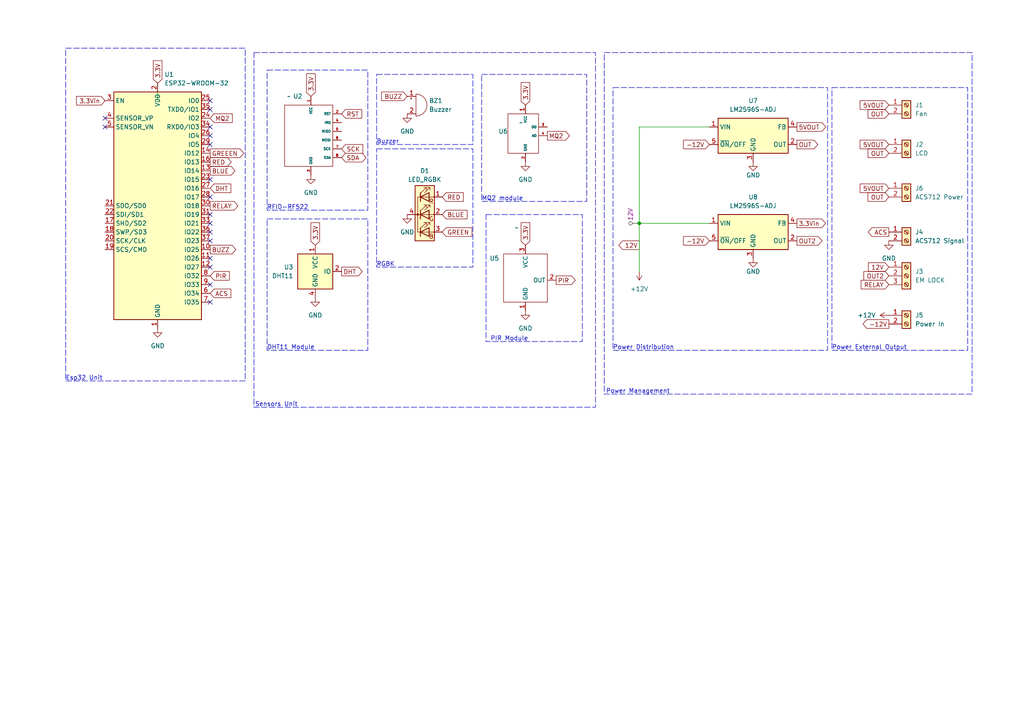
<source format=kicad_sch>
(kicad_sch (version 20230121) (generator eeschema)
  (paper "A4")
  (lib_symbols
    (symbol "Connector:Screw_Terminal_01x02" (pin_names (offset 1.016) hide)
      (property "Reference" "J" (at 0 2.54 0))
      (property "Value" "Screw_Terminal_01x02" (at 0 -5.08 0))
      (symbol "Screw_Terminal_01x02_1_1"
        (rectangle (start -1.27 1.27) (end 1.27 -3.81) (stroke (width 0.254)) (fill (type background)))
        (circle (center 0 -2.54) (radius 0.635) (stroke (width 0.1524)))
        (polyline (pts (xy -0.5334 -2.2098) (xy 0.3302 -3.048)) (stroke (width 0.1524)))
        (polyline (pts (xy -0.5334 0.3302) (xy 0.3302 -0.508)) (stroke (width 0.1524)))
        (polyline (pts (xy -0.3556 -2.032) (xy 0.508 -2.8702)) (stroke (width 0.1524)))
        (polyline (pts (xy -0.3556 0.508) (xy 0.508 -0.3302)) (stroke (width 0.1524)))
        (circle (center 0 0) (radius 0.635) (stroke (width 0.1524)))
        (pin passive line (at -5.08 0 0) (length 3.81) (name "Pin_1") (number "1"))
        (pin passive line (at -5.08 -2.54 0) (length 3.81) (name "Pin_2") (number "2"))
      )
    )
    (symbol "Connector:Screw_Terminal_01x03" (pin_names (offset 1.016) hide)
      (property "Reference" "J" (at 0 5.08 0))
      (property "Value" "Screw_Terminal_01x03" (at 0 -5.08 0))
      (symbol "Screw_Terminal_01x03_1_1"
        (rectangle (start -1.27 3.81) (end 1.27 -3.81) (stroke (width 0.254)) (fill (type background)))
        (circle (center 0 -2.54) (radius 0.635) (stroke (width 0.1524)))
        (polyline (pts (xy -0.5334 -2.2098) (xy 0.3302 -3.048)) (stroke (width 0.1524)))
        (polyline (pts (xy -0.5334 0.3302) (xy 0.3302 -0.508)) (stroke (width 0.1524)))
        (polyline (pts (xy -0.5334 2.8702) (xy 0.3302 2.032)) (stroke (width 0.1524)))
        (polyline (pts (xy -0.3556 -2.032) (xy 0.508 -2.8702)) (stroke (width 0.1524)))
        (polyline (pts (xy -0.3556 0.508) (xy 0.508 -0.3302)) (stroke (width 0.1524)))
        (polyline (pts (xy -0.3556 3.048) (xy 0.508 2.2098)) (stroke (width 0.1524)))
        (circle (center 0 0) (radius 0.635) (stroke (width 0.1524)))
        (circle (center 0 2.54) (radius 0.635) (stroke (width 0.1524)))
        (pin passive line (at -5.08 2.54 0) (length 3.81) (name "Pin_1") (number "1"))
        (pin passive line (at -5.08 0 0) (length 3.81) (name "Pin_2") (number "2"))
        (pin passive line (at -5.08 -2.54 0) (length 3.81) (name "Pin_3") (number "3"))
      )
    )
    (symbol "Device:Buzzer" (pin_names (offset 0.0254) hide)
      (property "Reference" "BZ" (at 3.81 1.27 0))
      (property "Value" "Buzzer" (at 3.81 -1.27 0))
      (symbol "Buzzer_0_1"
        (arc (start 0 -3.175) (mid 3.1612 0) (end 0 3.175))
        (polyline (pts (xy -1.651 1.905) (xy -1.143 1.905)))
        (polyline (pts (xy -1.397 2.159) (xy -1.397 1.651)))
        (polyline (pts (xy 0 3.175) (xy 0 -3.175)))
      )
      (symbol "Buzzer_1_1"
        (pin passive line (at -2.54 2.54 0) (length 2.54) (name "-") (number "1"))
        (pin passive line (at -2.54 -2.54 0) (length 2.54) (name "+") (number "2"))
      )
    )
    (symbol "Device:LED_RGBK" (pin_names (offset 0) hide)
      (property "Reference" "D" (at 0 9.398 0))
      (property "Value" "LED_RGBK" (at 0 -8.89 0))
      (symbol "LED_RGBK_0_0"
        (text "B" (at 1.905 -6.35 0) (effects (font (size 1.27 1.27))))
        (text "G" (at 1.905 -1.27 0) (effects (font (size 1.27 1.27))))
        (text "R" (at 1.905 3.81 0) (effects (font (size 1.27 1.27))))
      )
      (symbol "LED_RGBK_0_1"
        (circle (center -2.032 0) (radius 0.254) (fill (type outline)))
        (polyline (pts (xy -1.27 -5.08) (xy 1.27 -5.08)))
        (polyline (pts (xy -1.27 -3.81) (xy -1.27 -6.35)) (stroke (width 0.254)))
        (polyline (pts (xy -1.27 0) (xy -2.54 0)))
        (polyline (pts (xy -1.27 1.27) (xy -1.27 -1.27)) (stroke (width 0.254)))
        (polyline (pts (xy -1.27 5.08) (xy 1.27 5.08)))
        (polyline (pts (xy -1.27 6.35) (xy -1.27 3.81)) (stroke (width 0.254)))
        (polyline (pts (xy 1.27 -5.08) (xy 2.54 -5.08)))
        (polyline (pts (xy 1.27 0) (xy -1.27 0)))
        (polyline (pts (xy 1.27 0) (xy 2.54 0)))
        (polyline (pts (xy 1.27 5.08) (xy 2.54 5.08)))
        (polyline (pts (xy -1.27 1.27) (xy -1.27 -1.27) (xy -1.27 -1.27)))
        (polyline (pts (xy -1.27 6.35) (xy -1.27 3.81) (xy -1.27 3.81)))
        (polyline (pts (xy -1.27 5.08) (xy -2.032 5.08) (xy -2.032 -5.08) (xy -1.016 -5.08)))
        (polyline (pts (xy 1.27 -3.81) (xy 1.27 -6.35) (xy -1.27 -5.08) (xy 1.27 -3.81)) (stroke (width 0.254)))
        (polyline (pts (xy 1.27 1.27) (xy 1.27 -1.27) (xy -1.27 0) (xy 1.27 1.27)) (stroke (width 0.254)))
        (polyline (pts (xy 1.27 6.35) (xy 1.27 3.81) (xy -1.27 5.08) (xy 1.27 6.35)) (stroke (width 0.254)))
        (polyline (pts (xy -1.016 -3.81) (xy 0.508 -2.286) (xy -0.254 -2.286) (xy 0.508 -2.286) (xy 0.508 -3.048)))
        (polyline (pts (xy -1.016 1.27) (xy 0.508 2.794) (xy -0.254 2.794) (xy 0.508 2.794) (xy 0.508 2.032)))
        (polyline (pts (xy -1.016 6.35) (xy 0.508 7.874) (xy -0.254 7.874) (xy 0.508 7.874) (xy 0.508 7.112)))
        (polyline (pts (xy 0 -3.81) (xy 1.524 -2.286) (xy 0.762 -2.286) (xy 1.524 -2.286) (xy 1.524 -3.048)))
        (polyline (pts (xy 0 1.27) (xy 1.524 2.794) (xy 0.762 2.794) (xy 1.524 2.794) (xy 1.524 2.032)))
        (polyline (pts (xy 0 6.35) (xy 1.524 7.874) (xy 0.762 7.874) (xy 1.524 7.874) (xy 1.524 7.112)))
        (rectangle (start 1.27 -1.27) (end 1.27 1.27))
        (rectangle (start 1.27 1.27) (end 1.27 1.27))
        (rectangle (start 1.27 3.81) (end 1.27 6.35))
        (rectangle (start 1.27 6.35) (end 1.27 6.35))
        (rectangle (start 2.794 8.382) (end -2.794 -7.62) (stroke (width 0.254)) (fill (type background)))
      )
      (symbol "LED_RGBK_1_1"
        (pin passive line (at 5.08 5.08 180) (length 2.54) (name "RA") (number "1"))
        (pin passive line (at 5.08 0 180) (length 2.54) (name "GA") (number "2"))
        (pin passive line (at 5.08 -5.08 180) (length 2.54) (name "BA") (number "3"))
        (pin passive line (at -5.08 0 0) (length 2.54) (name "K") (number "4"))
      )
    )
    (symbol "RFID_NXP:RFID_MFR522"
      (property "Reference" "U2" (at 1.905 7.62 0))
      (property "Value" "~" (at -3.81 5.08 0))
      (symbol "RFID_MFR522_1_1"
        (rectangle (start -5.08 2.54) (end 8.89 -15.24))
        (pin power_in line (at 2.54 5.08 270) (length 2.54) (name "VCC") (number "1"))
        (pin input line (at 11.43 0 180) (length 2.54) (name "RST") (number "2"))
        (pin power_in line (at 2.54 -17.78 90) (length 2.54) (name "GND") (number "3"))
        (pin input line (at 11.43 -2.54 180) (length 2.54) (name "IRQ") (number "4"))
        (pin bidirectional line (at 11.43 -5.08 180) (length 2.54) (name "MISO") (number "5"))
        (pin input line (at 11.43 -7.62 180) (length 2.54) (name "MOSI") (number "6"))
        (pin input line (at 11.43 -10.16 180) (length 2.54) (name "SCK") (number "7"))
        (pin input line (at 11.43 -12.7 180) (length 2.54) (name "SDA") (number "8"))
      )
    )
    (symbol "RF_Module:ESP32-WROOM-32"
      (property "Reference" "U" (at -12.7 34.29 0))
      (property "Value" "ESP32-WROOM-32" (at 1.27 34.29 0))
      (symbol "ESP32-WROOM-32_0_1"
        (rectangle (start -12.7 33.02) (end 12.7 -33.02) (stroke (width 0.254)) (fill (type background)))
      )
      (symbol "ESP32-WROOM-32_1_1"
        (pin power_in line (at 0 -35.56 90) (length 2.54) (name "GND") (number "1"))
        (pin bidirectional line (at 15.24 -12.7 180) (length 2.54) (name "IO25") (number "10"))
        (pin bidirectional line (at 15.24 -15.24 180) (length 2.54) (name "IO26") (number "11"))
        (pin bidirectional line (at 15.24 -17.78 180) (length 2.54) (name "IO27") (number "12"))
        (pin bidirectional line (at 15.24 10.16 180) (length 2.54) (name "IO14") (number "13"))
        (pin bidirectional line (at 15.24 15.24 180) (length 2.54) (name "IO12") (number "14"))
        (pin passive line (at 0 -35.56 90) (length 2.54) hide (name "GND") (number "15"))
        (pin bidirectional line (at 15.24 12.7 180) (length 2.54) (name "IO13") (number "16"))
        (pin bidirectional line (at -15.24 -5.08 0) (length 2.54) (name "SHD/SD2") (number "17"))
        (pin bidirectional line (at -15.24 -7.62 0) (length 2.54) (name "SWP/SD3") (number "18"))
        (pin bidirectional line (at -15.24 -12.7 0) (length 2.54) (name "SCS/CMD") (number "19"))
        (pin power_in line (at 0 35.56 270) (length 2.54) (name "VDD") (number "2"))
        (pin bidirectional line (at -15.24 -10.16 0) (length 2.54) (name "SCK/CLK") (number "20"))
        (pin bidirectional line (at -15.24 0 0) (length 2.54) (name "SDO/SD0") (number "21"))
        (pin bidirectional line (at -15.24 -2.54 0) (length 2.54) (name "SDI/SD1") (number "22"))
        (pin bidirectional line (at 15.24 7.62 180) (length 2.54) (name "IO15") (number "23"))
        (pin bidirectional line (at 15.24 25.4 180) (length 2.54) (name "IO2") (number "24"))
        (pin bidirectional line (at 15.24 30.48 180) (length 2.54) (name "IO0") (number "25"))
        (pin bidirectional line (at 15.24 20.32 180) (length 2.54) (name "IO4") (number "26"))
        (pin bidirectional line (at 15.24 5.08 180) (length 2.54) (name "IO16") (number "27"))
        (pin bidirectional line (at 15.24 2.54 180) (length 2.54) (name "IO17") (number "28"))
        (pin bidirectional line (at 15.24 17.78 180) (length 2.54) (name "IO5") (number "29"))
        (pin input line (at -15.24 30.48 0) (length 2.54) (name "EN") (number "3"))
        (pin bidirectional line (at 15.24 0 180) (length 2.54) (name "IO18") (number "30"))
        (pin bidirectional line (at 15.24 -2.54 180) (length 2.54) (name "IO19") (number "31"))
        (pin no_connect line (at -12.7 -27.94 0) (length 2.54) hide (name "NC") (number "32"))
        (pin bidirectional line (at 15.24 -5.08 180) (length 2.54) (name "IO21") (number "33"))
        (pin bidirectional line (at 15.24 22.86 180) (length 2.54) (name "RXD0/IO3") (number "34"))
        (pin bidirectional line (at 15.24 27.94 180) (length 2.54) (name "TXD0/IO1") (number "35"))
        (pin bidirectional line (at 15.24 -7.62 180) (length 2.54) (name "IO22") (number "36"))
        (pin bidirectional line (at 15.24 -10.16 180) (length 2.54) (name "IO23") (number "37"))
        (pin passive line (at 0 -35.56 90) (length 2.54) hide (name "GND") (number "38"))
        (pin passive line (at 0 -35.56 90) (length 2.54) hide (name "GND") (number "39"))
        (pin input line (at -15.24 25.4 0) (length 2.54) (name "SENSOR_VP") (number "4"))
        (pin input line (at -15.24 22.86 0) (length 2.54) (name "SENSOR_VN") (number "5"))
        (pin input line (at 15.24 -25.4 180) (length 2.54) (name "IO34") (number "6"))
        (pin input line (at 15.24 -27.94 180) (length 2.54) (name "IO35") (number "7"))
        (pin bidirectional line (at 15.24 -20.32 180) (length 2.54) (name "IO32") (number "8"))
        (pin bidirectional line (at 15.24 -22.86 180) (length 2.54) (name "IO33") (number "9"))
      )
    )
    (symbol "Regulator_Switching:LM2596S-ADJ"
      (property "Reference" "U" (at -10.16 6.35 0))
      (property "Value" "LM2596S-ADJ" (at 0 6.35 0))
      (symbol "LM2596S-ADJ_0_1"
        (rectangle (start -10.16 5.08) (end 10.16 -5.08) (stroke (width 0.254)) (fill (type background)))
      )
      (symbol "LM2596S-ADJ_1_1"
        (pin power_in line (at -12.7 2.54 0) (length 2.54) (name "VIN") (number "1"))
        (pin output line (at 12.7 -2.54 180) (length 2.54) (name "OUT") (number "2"))
        (pin power_in line (at 0 -7.62 90) (length 2.54) (name "GND") (number "3"))
        (pin input line (at 12.7 2.54 180) (length 2.54) (name "FB") (number "4"))
        (pin input line (at -12.7 -2.54 0) (length 2.54) (name "~{ON}/OFF") (number "5"))
      )
    )
    (symbol "Sensor:DHT11"
      (property "Reference" "U" (at -3.81 6.35 0))
      (property "Value" "DHT11" (at 3.81 6.35 0))
      (symbol "DHT11_0_1"
        (rectangle (start -5.08 5.08) (end 5.08 -5.08) (stroke (width 0.254)) (fill (type background)))
      )
      (symbol "DHT11_1_1"
        (pin power_in line (at 0 7.62 270) (length 2.54) (name "VCC") (number "1"))
        (pin bidirectional line (at 7.62 0 180) (length 2.54) (name "IO") (number "2"))
        (pin no_connect line (at -5.08 0 0) (length 2.54) hide (name "NC") (number "3"))
        (pin power_in line (at 0 -7.62 90) (length 2.54) (name "GND") (number "4"))
      )
    )
    (symbol "Sensors_Gas:MQ2"
      (property "Reference" "U6" (at -3.81 -2.54 0))
      (property "Value" "~" (at 0 0 0))
      (symbol "MQ2_0_1"
        (rectangle (start -3.81 2.54) (end 5.08 -8.89))
      )
      (symbol "MQ2_1_1"
        (pin power_in line (at 1.27 5.08 270) (length 2.54) (name "VCC") (number "1"))
        (pin power_in line (at 1.27 -11.43 90) (length 2.54) (name "GND") (number "2"))
        (pin output line (at 7.62 -1.27 180) (length 2.54) (name "DO") (number "3"))
        (pin output line (at 7.62 -3.81 180) (length 2.54) (name "AO") (number "4"))
      )
    )
    (symbol "Sensors_Motion_PIR:HC_SR501_PIR"
      (property "Reference" "U5" (at -5.08 -8.89 0))
      (property "Value" "~" (at 0 0 0))
      (symbol "HC_SR501_PIR_0_1"
        (rectangle (start -3.81 -7.62) (end 8.89 -21.59))
      )
      (symbol "HC_SR501_PIR_1_1"
        (pin power_in line (at 2.54 -24.13 90) (length 2.54) (name "GND") (number "1"))
        (pin output line (at 11.43 -15.24 180) (length 2.54) (name "OUT") (number "2"))
        (pin power_in line (at 2.54 -5.08 270) (length 2.54) (name "VCC") (number "3"))
      )
    )
    (symbol "power:+12V" (power) (pin_names (offset 0))
      (property "Value" "+12V" (at 0 3.556 0))
      (symbol "+12V_0_1"
        (polyline (pts (xy -0.762 1.27) (xy 0 2.54)))
        (polyline (pts (xy 0 0) (xy 0 2.54)))
        (polyline (pts (xy 0 2.54) (xy 0.762 1.27)))
      )
      (symbol "+12V_1_1"
        (pin power_in line (at 0 0 90) (length 0) hide (name "+12V") (number "1"))
      )
    )
    (symbol "power:GND" (power) (pin_names (offset 0))
      (property "Value" "GND" (at 0 -3.81 0))
      (symbol "GND_0_1"
        (polyline (pts (xy 0 0) (xy 0 -1.27) (xy 1.27 -1.27) (xy 0 -2.54) (xy -1.27 -1.27) (xy 0 -1.27)))
      )
      (symbol "GND_1_1"
        (pin power_in line (at 0 0 270) (length 0) hide (name "GND") (number "1"))
      )
    )
  )
  (junction (at 185.42 64.77))
  (no_connect (at 60.96 82.55))
  (no_connect (at 30.48 34.29))
  (no_connect (at 60.96 52.07))
  (no_connect (at 60.96 67.31))
  (no_connect (at 60.96 87.63))
  (no_connect (at 60.96 41.91))
  (no_connect (at 60.96 74.93))
  (no_connect (at 60.96 36.83))
  (no_connect (at 60.96 69.85))
  (no_connect (at 60.96 31.75))
  (no_connect (at 60.96 39.37))
  (no_connect (at 60.96 57.15))
  (no_connect (at 60.96 62.23))
  (no_connect (at 60.96 29.21))
  (no_connect (at 60.96 64.77))
  (no_connect (at 30.48 36.83))
  (no_connect (at 60.96 77.47))
  (wire (pts (xy 45.72 24.13) (xy 45.72 29.21)))
  (wire (pts (xy 205.74 36.83) (xy 185.42 36.83)))
  (wire (pts (xy 185.42 36.83) (xy 185.42 64.77)))
  (wire (pts (xy 185.42 64.77) (xy 185.42 78.74)))
  (wire (pts (xy 185.42 64.77) (xy 205.74 64.77)))
  (rectangle (start 73.66 15.24) (end 172.72 118.11) (stroke (width 0) (type dash)))
  (rectangle (start 241.3 25.4) (end 280.67 101.6) (stroke (width 0) (type dash)))
  (rectangle (start 139.7 21.59) (end 170.18 58.42) (stroke (width 0) (type dash)))
  (rectangle (start 109.22 43.18) (end 137.16 77.47) (stroke (width 0) (type dash)))
  (rectangle (start 19.05 13.97) (end 71.12 110.49) (stroke (width 0) (type dash)))
  (rectangle (start 140.97 62.23) (end 168.91 99.06) (stroke (width 0) (type dash)))
  (rectangle (start 77.47 63.5) (end 106.68 101.6) (stroke (width 0) (type dash)))
  (rectangle (start 77.47 20.32) (end 106.68 60.96) (stroke (width 0) (type dash)))
  (rectangle (start 175.26 15.24) (end 281.94 114.3) (stroke (width 0) (type dash)))
  (rectangle (start 177.8 25.4) (end 240.03 101.6) (stroke (width 0) (type dash)))
  (rectangle (start 109.22 21.59) (end 137.16 41.91) (stroke (width 0) (type dash)))
  (text "PIR Module" (at 142.24 99.06 0) (effects (font (size 1.27 1.27)) (justify left bottom)))
  (text "DHT11 Module" (at 77.47 101.6 0) (effects (font (size 1.27 1.27)) (justify left bottom)))
  (text "Sensors Unit" (at 86.36 118.11 0) (effects (font (size 1.27 1.27)) (justify right bottom)))
  (text "MQ2 module" (at 139.7 58.42 0) (effects (font (size 1.27 1.27)) (justify left bottom)))
  (text "RFID-RF522" (at 77.47 60.96 0) (effects (font (size 1.27 1.27)) (justify left bottom)))
  (text "Esp32 Unit" (at 19.05 110.49 0) (effects (font (size 1.27 1.27)) (justify left bottom)))
  (text "Power External Output" (at 241.3 101.6 0) (effects (font (size 1.27 1.27)) (justify left bottom)))
  (text "RGBK" (at 109.22 77.47 0) (effects (font (size 1.27 1.27)) (justify left bottom)))
  (text "Power Distribution\n" (at 177.8 101.6 0) (effects (font (size 1.27 1.27)) (justify left bottom)))
  (text "Buzzer" (at 109.22 41.91 0) (effects (font (size 1.27 1.27)) (justify left bottom)))
  (text "Power Management" (at 194.31 114.3 0) (effects (font (size 1.27 1.27)) (justify right bottom)))
  (global_label "OUT" (shape input) (at 257.81 44.45 180) (property "Intersheetrefs" "${INTERSHEET_REFS}" (effects hide)))
  (global_label "3.3V" (shape input) (at 152.4 71.12 90) (property "Intersheetrefs" "${INTERSHEET_REFS}" (effects hide)))
  (global_label "OUT" (shape input) (at 257.81 57.15 180) (property "Intersheetrefs" "${INTERSHEET_REFS}" (effects hide)))
  (global_label "5VOUT" (shape input) (at 257.81 30.48 180) (property "Intersheetrefs" "${INTERSHEET_REFS}" (effects hide)))
  (global_label "SDA" (shape bidirectional) (at 99.06 45.72 0) (property "Intersheetrefs" "${INTERSHEET_REFS}" (effects hide)))
  (global_label "RED" (shape input) (at 128.27 57.15 0) (property "Intersheetrefs" "${INTERSHEET_REFS}" (effects hide)))
  (global_label "3.3Vin" (shape input) (at 30.48 29.21 180) (property "Intersheetrefs" "${INTERSHEET_REFS}" (effects hide)))
  (global_label "PIR" (shape output) (at 161.29 81.28 0) (property "Intersheetrefs" "${INTERSHEET_REFS}" (effects hide)))
  (global_label "RST" (shape input) (at 99.06 33.02 0) (property "Intersheetrefs" "${INTERSHEET_REFS}" (effects hide)))
  (global_label "-12V" (shape input) (at 205.74 69.85 180) (property "Intersheetrefs" "${INTERSHEET_REFS}" (effects hide)))
  (global_label "3.3V" (shape input) (at 90.17 27.94 90) (property "Intersheetrefs" "${INTERSHEET_REFS}" (effects hide)))
  (global_label "MQ2" (shape output) (at 158.75 39.37 0) (property "Intersheetrefs" "${INTERSHEET_REFS}" (effects hide)))
  (global_label "DHT" (shape output) (at 99.06 78.74 0) (property "Intersheetrefs" "${INTERSHEET_REFS}" (effects hide)))
  (global_label "3.3V" (shape input) (at 91.44 71.12 90) (property "Intersheetrefs" "${INTERSHEET_REFS}" (effects hide)))
  (global_label "-12V" (shape output) (at 257.81 93.98 180) (property "Intersheetrefs" "${INTERSHEET_REFS}" (effects hide)))
  (global_label "OUT2" (shape output) (at 231.14 69.85 0) (property "Intersheetrefs" "${INTERSHEET_REFS}" (effects hide)))
  (global_label "12V" (shape output) (at 185.42 71.12 180) (property "Intersheetrefs" "${INTERSHEET_REFS}" (effects hide)))
  (global_label "DHT" (shape input) (at 60.96 54.61 0) (property "Intersheetrefs" "${INTERSHEET_REFS}" (effects hide)))
  (global_label "ACS" (shape input) (at 60.96 85.09 0) (property "Intersheetrefs" "${INTERSHEET_REFS}" (effects hide)))
  (global_label "GREEN" (shape input) (at 128.27 67.31 0) (property "Intersheetrefs" "${INTERSHEET_REFS}" (effects hide)))
  (global_label "RED" (shape output) (at 60.96 46.99 0) (property "Intersheetrefs" "${INTERSHEET_REFS}" (effects hide)))
  (global_label "ACS" (shape output) (at 257.81 67.31 180) (property "Intersheetrefs" "${INTERSHEET_REFS}" (effects hide)))
  (global_label "3.3V" (shape input) (at 45.72 24.13 90) (property "Intersheetrefs" "${INTERSHEET_REFS}" (effects hide)))
  (global_label "BLUE" (shape output) (at 60.96 49.53 0) (property "Intersheetrefs" "${INTERSHEET_REFS}" (effects hide)))
  (global_label "GREEEN" (shape output) (at 60.96 44.45 0) (property "Intersheetrefs" "${INTERSHEET_REFS}" (effects hide)))
  (global_label "12V" (shape input) (at 257.81 77.47 180) (property "Intersheetrefs" "${INTERSHEET_REFS}" (effects hide)))
  (global_label "BUZZ" (shape input) (at 118.11 27.94 180) (property "Intersheetrefs" "${INTERSHEET_REFS}" (effects hide)))
  (global_label "RELAY" (shape output) (at 60.96 59.69 0) (property "Intersheetrefs" "${INTERSHEET_REFS}" (effects hide)))
  (global_label "5VOUT" (shape input) (at 257.81 54.61 180) (property "Intersheetrefs" "${INTERSHEET_REFS}" (effects hide)))
  (global_label "BLUE" (shape input) (at 128.27 62.23 0) (property "Intersheetrefs" "${INTERSHEET_REFS}" (effects hide)))
  (global_label "OUT" (shape input) (at 257.81 33.02 180) (property "Intersheetrefs" "${INTERSHEET_REFS}" (effects hide)))
  (global_label "MQ2" (shape input) (at 60.96 34.29 0) (property "Intersheetrefs" "${INTERSHEET_REFS}" (effects hide)))
  (global_label "3.3Vin" (shape output) (at 231.14 64.77 0) (property "Intersheetrefs" "${INTERSHEET_REFS}" (effects hide)))
  (global_label "OUT" (shape output) (at 231.14 41.91 0) (property "Intersheetrefs" "${INTERSHEET_REFS}" (effects hide)))
  (global_label "RELAY" (shape input) (at 257.81 82.55 180) (property "Intersheetrefs" "${INTERSHEET_REFS}" (effects hide)))
  (global_label "5VOUT" (shape output) (at 231.14 36.83 0) (property "Intersheetrefs" "${INTERSHEET_REFS}" (effects hide)))
  (global_label "BUZZ" (shape output) (at 60.96 72.39 0) (property "Intersheetrefs" "${INTERSHEET_REFS}" (effects hide)))
  (global_label "PIR" (shape input) (at 60.96 80.01 0) (property "Intersheetrefs" "${INTERSHEET_REFS}" (effects hide)))
  (global_label "3.3V" (shape input) (at 152.4 30.48 90) (property "Intersheetrefs" "${INTERSHEET_REFS}" (effects hide)))
  (global_label "SCK" (shape input) (at 99.06 43.18 0) (property "Intersheetrefs" "${INTERSHEET_REFS}" (effects hide)))
  (global_label "OUT2" (shape input) (at 257.81 80.01 180) (property "Intersheetrefs" "${INTERSHEET_REFS}" (effects hide)))
  (global_label "-12V" (shape input) (at 205.74 41.91 180) (property "Intersheetrefs" "${INTERSHEET_REFS}" (effects hide)))
  (global_label "5VOUT" (shape input) (at 257.81 41.91 180) (property "Intersheetrefs" "${INTERSHEET_REFS}" (effects hide)))
  (netclass_flag "" (length 2.54) (shape round) (at 185.42 64.77 90) (property "Power" "12V" (at 182.88 64.0715 90) (effects (font italic) (justify left))))
  (symbol (lib_id "power:+12V") (at 185.42 78.74 180) (unit 1)
    (property "Reference" "#PWR07" (effects hide))
    (property "Value" "+12V" (at 185.42 83.82 0))
  )
  (symbol (lib_id "RFID_NXP:RFID_MFR522") (at 87.63 33.02 0) (unit 1)
    (property "Reference" "U2" (at 86.36 27.94 0))
    (property "Value" "~" (at 83.82 27.94 0))
  )
  (symbol (lib_id "Regulator_Switching:LM2596S-ADJ") (at 218.44 67.31 0) (unit 1)
    (property "Reference" "U8" (at 218.44 57.15 0))
    (property "Value" "LM2596S-ADJ" (at 218.44 59.69 0))
    (property "Footprint" "Package_TO_SOT_SMD:TO-263-5_TabPin3" (effects hide))
    (property "Datasheet" "http://www.ti.com/lit/ds/symlink/lm2596.pdf" (effects hide))
  )
  (symbol (lib_id "power:GND") (at 257.81 69.85 0) (unit 1)
    (property "Reference" "#PWR01" (effects hide))
    (property "Value" "GND" (at 257.81 74.93 0))
  )
  (symbol (lib_id "power:GND") (at 152.4 46.99 0) (unit 1)
    (property "Reference" "#PWR015" (effects hide))
    (property "Value" "GND" (at 152.4 52.07 0))
  )
  (symbol (lib_id "Connector:Screw_Terminal_01x02") (at 262.89 67.31 0) (unit 1)
    (property "Reference" "J4" (at 265.43 67.31 0) (effects (justify left)))
    (property "Value" "ACS712 Signal" (at 265.43 69.85 0) (effects (justify left)))
  )
  (symbol (lib_id "power:GND") (at 118.11 62.23 0) (unit 1)
    (property "Reference" "#PWR013" (effects hide))
    (property "Value" "GND" (at 118.11 67.31 0))
  )
  (symbol (lib_id "power:GND") (at 91.44 86.36 0) (unit 1)
    (property "Reference" "#PWR010" (effects hide))
    (property "Value" "GND" (at 91.44 91.44 0))
  )
  (symbol (lib_id "Sensors_Gas:MQ2") (at 151.13 35.56 0) (unit 1)
    (property "Reference" "U6" (at 147.32 38.1 0) (effects (justify right)))
    (property "Value" "~" (at 151.13 35.56 0))
  )
  (symbol (lib_id "power:GND") (at 218.44 46.99 0) (unit 1)
    (property "Reference" "#PWR04" (effects hide))
    (property "Value" "GND" (at 218.44 50.8 0))
  )
  (symbol (lib_id "Connector:Screw_Terminal_01x02") (at 262.89 91.44 0) (unit 1)
    (property "Reference" "J5" (at 265.43 91.44 0) (effects (justify left)))
    (property "Value" "Power In" (at 265.43 93.98 0) (effects (justify left)))
  )
  (symbol (lib_id "power:GND") (at 45.72 95.25 0) (unit 1)
    (property "Reference" "#PWR09" (effects hide))
    (property "Value" "GND" (at 45.72 100.33 0))
  )
  (symbol (lib_id "Connector:Screw_Terminal_01x02") (at 262.89 54.61 0) (unit 1)
    (property "Reference" "J6" (at 265.43 54.61 0) (effects (justify left)))
    (property "Value" "ACS712 Power" (at 265.43 57.15 0) (effects (justify left)))
  )
  (symbol (lib_id "Sensor:DHT11") (at 91.44 78.74 0) (unit 1)
    (property "Reference" "U3" (at 85.09 77.47 0) (effects (justify right)))
    (property "Value" "DHT11" (at 85.09 80.01 0) (effects (justify right)))
    (property "Footprint" "Sensor:Aosong_DHT11_5.5x12.0_P2.54mm" (effects hide))
    (property "Datasheet" "http://akizukidenshi.com/download/ds/aosong/DHT11.pdf" (effects hide))
  )
  (symbol (lib_id "Sensors_Motion_PIR:HC_SR501_PIR") (at 149.86 66.04 0) (unit 1)
    (property "Reference" "U5" (at 144.78 74.93 0) (effects (justify right)))
    (property "Value" "~" (at 149.86 66.04 0))
  )
  (symbol (lib_id "power:GND") (at 218.44 74.93 0) (unit 1)
    (property "Reference" "#PWR05" (effects hide))
    (property "Value" "GND" (at 218.44 78.74 0))
  )
  (symbol (lib_id "Device:Buzzer") (at 120.65 30.48 0) (unit 1)
    (property "Reference" "BZ1" (at 124.46 29.21 0) (effects (justify left)))
    (property "Value" "Buzzer" (at 124.46 31.75 0) (effects (justify left)))
  )
  (symbol (lib_id "power:GND") (at 90.17 50.8 0) (unit 1)
    (property "Reference" "#PWR011" (effects hide))
    (property "Value" "GND" (at 90.17 55.88 0))
  )
  (symbol (lib_id "power:GND") (at 118.11 33.02 0) (unit 1)
    (property "Reference" "#PWR012" (effects hide))
    (property "Value" "GND" (at 118.11 38.1 0))
  )
  (symbol (lib_id "power:GND") (at 152.4 90.17 0) (unit 1)
    (property "Reference" "#PWR014" (effects hide))
    (property "Value" "GND" (at 152.4 95.25 0))
  )
  (symbol (lib_id "Connector:Screw_Terminal_01x03") (at 262.89 80.01 0) (unit 1)
    (property "Reference" "J3" (at 265.43 78.74 0) (effects (justify left)))
    (property "Value" "EM LOCK" (at 265.43 81.28 0) (effects (justify left)))
  )
  (symbol (lib_id "Device:LED_RGBK") (at 123.19 62.23 0) (unit 1)
    (property "Reference" "D1" (at 123.19 49.53 0))
    (property "Value" "LED_RGBK" (at 123.19 52.07 0))
  )
  (symbol (lib_id "Connector:Screw_Terminal_01x02") (at 262.89 30.48 0) (unit 1)
    (property "Reference" "J1" (at 265.43 30.48 0) (effects (justify left)))
    (property "Value" "Fan" (at 265.43 33.02 0) (effects (justify left)))
  )
  (symbol (lib_id "Connector:Screw_Terminal_01x02") (at 262.89 41.91 0) (unit 1)
    (property "Reference" "J2" (at 265.43 41.91 0) (effects (justify left)))
    (property "Value" "LCD" (at 265.43 44.45 0) (effects (justify left)))
  )
  (symbol (lib_id "power:+12V") (at 257.81 91.44 90) (unit 1)
    (property "Reference" "#PWR03" (effects hide))
    (property "Value" "+12V" (at 254 91.44 90) (effects (justify left)))
  )
  (symbol (lib_id "Regulator_Switching:LM2596S-ADJ") (at 218.44 39.37 0) (unit 1)
    (property "Reference" "U7" (at 218.44 29.21 0))
    (property "Value" "LM2596S-ADJ" (at 218.44 31.75 0))
    (property "Footprint" "Package_TO_SOT_SMD:TO-263-5_TabPin3" (effects hide))
    (property "Datasheet" "http://www.ti.com/lit/ds/symlink/lm2596.pdf" (effects hide))
  )
  (symbol (lib_id "RF_Module:ESP32-WROOM-32") (at 45.72 59.69 0) (unit 1)
    (property "Reference" "U1" (at 47.6759 21.59 0) (effects (justify left)))
    (property "Value" "ESP32-WROOM-32" (at 47.6759 24.13 0) (effects (justify left)))
    (property "Footprint" "RF_Module:ESP32-WROOM-32" (effects hide))
    (property "Datasheet" "https://www.espressif.com/sites/default/files/documentation/esp32-wroom-32_datasheet_en.pdf" (effects hide))
  )
)
</source>
